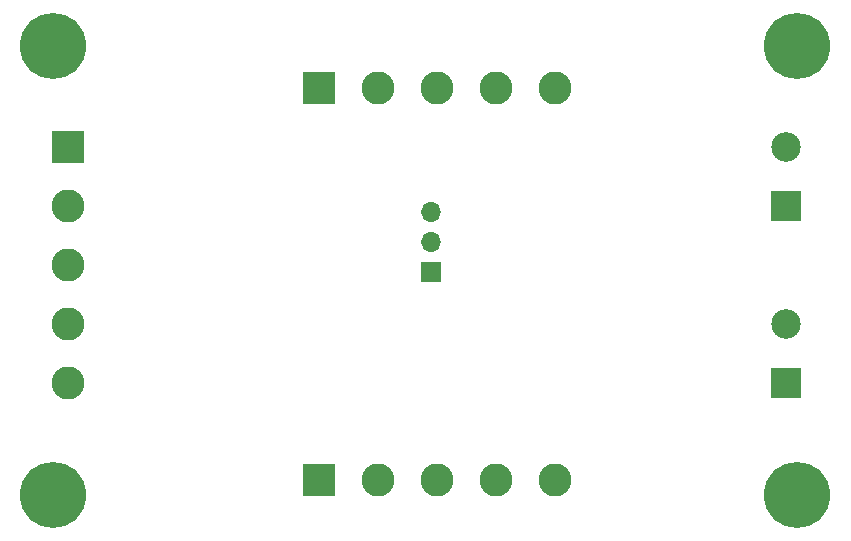
<source format=gbr>
%TF.GenerationSoftware,KiCad,Pcbnew,8.0.3*%
%TF.CreationDate,2024-08-26T20:28:07+08:00*%
%TF.ProjectId,bcd2civ,62636432-6369-4762-9e6b-696361645f70,rev?*%
%TF.SameCoordinates,Original*%
%TF.FileFunction,Soldermask,Bot*%
%TF.FilePolarity,Negative*%
%FSLAX46Y46*%
G04 Gerber Fmt 4.6, Leading zero omitted, Abs format (unit mm)*
G04 Created by KiCad (PCBNEW 8.0.3) date 2024-08-26 20:28:07*
%MOMM*%
%LPD*%
G01*
G04 APERTURE LIST*
%ADD10C,5.600000*%
%ADD11R,2.500000X2.500000*%
%ADD12C,2.500000*%
%ADD13R,2.800000X2.800000*%
%ADD14C,2.800000*%
%ADD15O,1.700000X1.700000*%
%ADD16R,1.700000X1.700000*%
G04 APERTURE END LIST*
D10*
%TO.C,*%
X105000000Y-154000000D03*
%TD*%
%TO.C,*%
X168000000Y-116000000D03*
%TD*%
%TO.C,*%
X168000000Y-154000000D03*
%TD*%
%TO.C,*%
X105000000Y-116000000D03*
%TD*%
D11*
%TO.C,J6*%
X167000000Y-129500000D03*
D12*
X167000000Y-124500000D03*
%TD*%
D13*
%TO.C,J4*%
X127500000Y-152750000D03*
D14*
X132500000Y-152750000D03*
X137500000Y-152750000D03*
X142500000Y-152750000D03*
X147500000Y-152750000D03*
%TD*%
D13*
%TO.C,J2*%
X106250000Y-124500000D03*
D14*
X106250000Y-129500000D03*
X106250000Y-134500000D03*
X106250000Y-139500000D03*
X106250000Y-144500000D03*
%TD*%
D13*
%TO.C,J5*%
X127500000Y-119500000D03*
D14*
X132500000Y-119500000D03*
X137500000Y-119500000D03*
X142500000Y-119500000D03*
X147500000Y-119500000D03*
%TD*%
D15*
%TO.C,J3*%
X137000000Y-130000000D03*
X137000000Y-132540000D03*
D16*
X137000000Y-135080000D03*
%TD*%
D11*
%TO.C,J1*%
X167000000Y-144500000D03*
D12*
X167000000Y-139500000D03*
%TD*%
M02*

</source>
